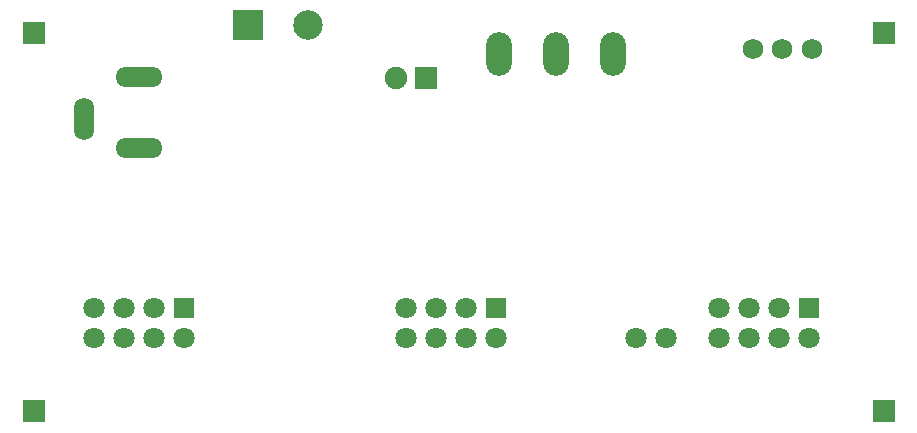
<source format=gbs>
G04*
G04 #@! TF.GenerationSoftware,Altium Limited,Altium Designer,20.0.2 (26)*
G04*
G04 Layer_Color=16711935*
%FSLAX24Y24*%
%MOIN*%
G70*
G01*
G75*
%ADD43R,0.0780X0.0780*%
%ADD44C,0.0710*%
%ADD45R,0.0749X0.0749*%
%ADD46C,0.0749*%
%ADD47C,0.0680*%
%ADD48O,0.1576X0.0671*%
%ADD49O,0.0671X0.1419*%
%ADD50O,0.0867X0.1458*%
%ADD51R,0.0986X0.0986*%
%ADD52C,0.0986*%
%ADD53R,0.0710X0.0710*%
D43*
X1575Y1575D02*
D03*
X29921Y1575D02*
D03*
Y14173D02*
D03*
X1575D02*
D03*
D44*
X21670Y4010D02*
D03*
X22670D02*
D03*
X24410Y4000D02*
D03*
Y5000D02*
D03*
X25410Y4000D02*
D03*
Y5000D02*
D03*
X26410Y4000D02*
D03*
Y5000D02*
D03*
X27410Y4000D02*
D03*
X3600D02*
D03*
Y5000D02*
D03*
X4600Y4000D02*
D03*
Y5000D02*
D03*
X5600Y4000D02*
D03*
Y5000D02*
D03*
X6600Y4000D02*
D03*
X14005D02*
D03*
Y5000D02*
D03*
X15005Y4000D02*
D03*
Y5000D02*
D03*
X16005Y4000D02*
D03*
Y5000D02*
D03*
X17005Y4000D02*
D03*
D45*
X14670Y12660D02*
D03*
D46*
X13670D02*
D03*
D47*
X26536Y13650D02*
D03*
X25552D02*
D03*
X27520D02*
D03*
D48*
X5080Y10338D02*
D03*
Y12700D02*
D03*
D49*
X3249Y11322D02*
D03*
D50*
X17100Y13470D02*
D03*
X19000D02*
D03*
X20900D02*
D03*
D51*
X8730Y14440D02*
D03*
D52*
X10730D02*
D03*
D53*
X27410Y5000D02*
D03*
X6600D02*
D03*
X17005D02*
D03*
M02*

</source>
